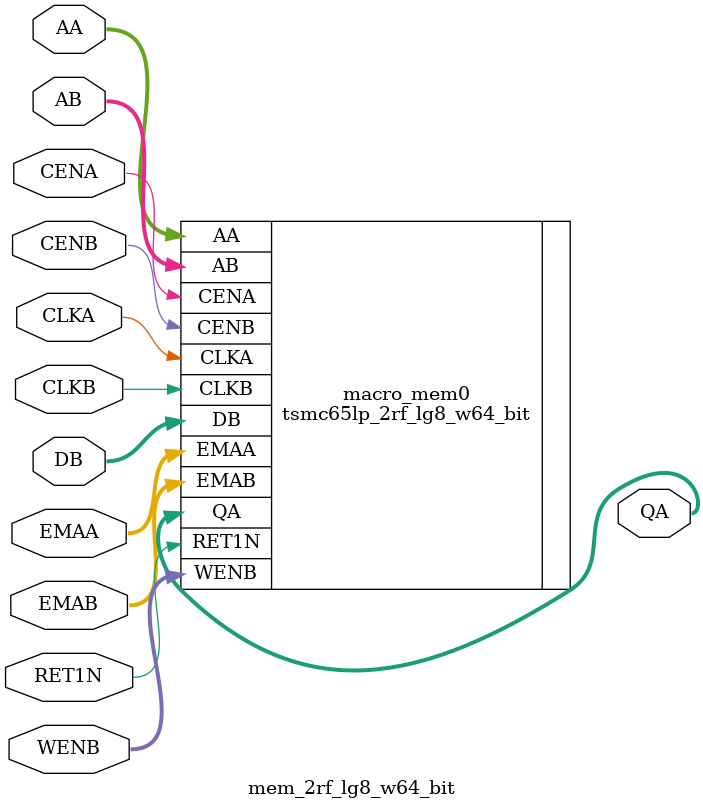
<source format=v>
module mem_1rf_lg6_w80_bit (Q, CLK, CEN, WEN, A, D, EMA, EMAW, GWEN, RET1N);

  output [79:0] Q;
  input  CLK;
  input  CEN;
  input [79:0] WEN;
  input [5:0] A;
  input [79:0] D;
  input [2:0] EMA;
  input [1:0] EMAW;
  input  GWEN;
  input  RET1N;

  tsmc65lp_1rf_lg6_w80_bit
  macro_mem
  (
    .Q(Q),
    .CLK(CLK),
    .CEN(CEN),
    .WEN(WEN),
    .A(A),
    .D(D),
    .EMA(EMA),
    .EMAW(EMAW),
    .GWEN(GWEN),
    .RET1N(RET1N)
  );

endmodule

module mem_1rf_lg8_w128_all (Q, CLK, CEN, WEN, A, D, EMA, EMAW, RET1N);

  output [127:0] Q;
  input  CLK;
  input  CEN;
  input  WEN;
  input [7:0] A;
  input [127:0] D;
  input [2:0] EMA;
  input [1:0] EMAW;
  input  RET1N;


  tsmc65lp_1rf_lg8_w128_all
  macro_mem
  (
    .Q(Q),
    .CLK(CLK),
    .CEN(CEN),
    .WEN(WEN),
    .A(A),
    .D(D),
    .EMA(EMA),
    .EMAW(EMAW),
    .RET1N(RET1N)
  );
endmodule

module mem_2rf_lg6_w44_bit (QA, CLKA, CENA, AA, CLKB, CENB, WENB, AB, DB, EMAA, EMAB, RET1N);

  output [43:0] QA;
  input  CLKA;
  input  CENA;
  input [5:0] AA;
  input  CLKB;
  input  CENB;
  input [43:0] WENB;
  input [5:0] AB;
  input [43:0] DB;
  input [2:0] EMAA;
  input [2:0] EMAB;
  input  RET1N;

  tsmc65lp_2rf_lg6_w44_bit
  macro_mem0
  (
    .CLKA(CLKA),
    .CLKB(CLKB),
    .AA(AA),
    .CENA(CENA),
    .QA(QA),
    .AB(AB),
    .DB(DB),
    .CENB(CENB),
    .WENB(WENB),
    .EMAA(EMAA),
    .EMAB(EMAB),
    .RET1N(RET1N)
  );

endmodule

module mem_2rf_lg8_w64_bit (QA, CLKA, CENA, AA, CLKB, CENB, WENB, AB, DB, EMAA, EMAB, RET1N);

  output [63:0] QA;
  input  CLKA;
  input  CENA;
  input [7:0] AA;
  input  CLKB;
  input  CENB;
  input [63:0] WENB;
  input [7:0] AB;
  input [63:0] DB;
  input [2:0] EMAA;
  input [2:0] EMAB;
  input  RET1N;

  tsmc65lp_2rf_lg8_w64_bit
  macro_mem0
  (
    .CLKA(CLKA),
    .CLKB(CLKB),
    .AA(AA),
    .CENA(CENA),
    .QA(QA),
    .AB(AB),
    .DB(DB),
    .CENB(CENB),
    .WENB(WENB),
    .EMAA(EMAA),
    .EMAB(EMAB),
    .RET1N(RET1N)
  );

endmodule

</source>
